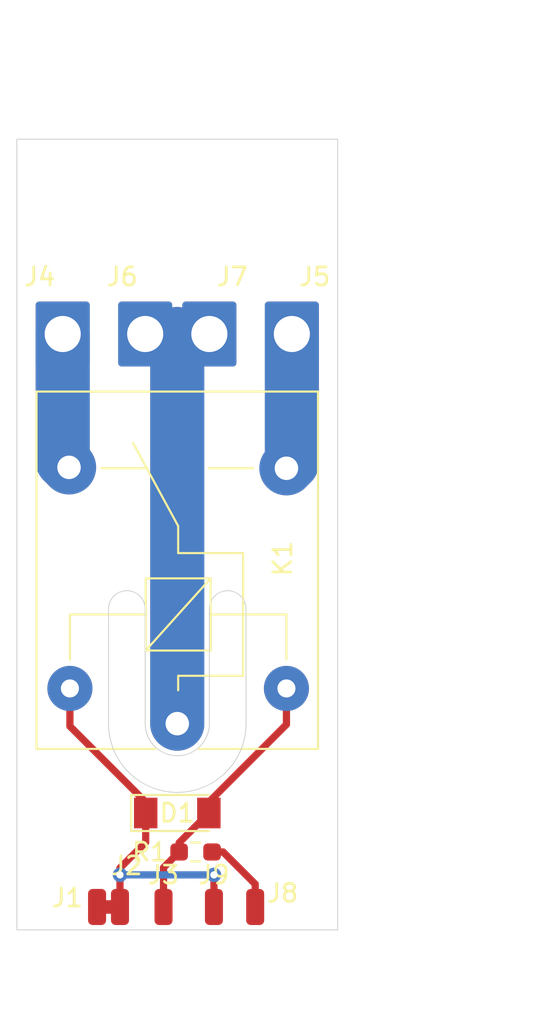
<source format=kicad_pcb>
(kicad_pcb (version 20171130) (host pcbnew 5.1.9-73d0e3b20d~88~ubuntu20.04.1)

  (general
    (thickness 1.6)
    (drawings 21)
    (tracks 35)
    (zones 0)
    (modules 16)
    (nets 7)
  )

  (page A4)
  (layers
    (0 F.Cu signal)
    (31 B.Cu signal)
    (32 B.Adhes user)
    (33 F.Adhes user)
    (34 B.Paste user)
    (35 F.Paste user)
    (36 B.SilkS user)
    (37 F.SilkS user)
    (38 B.Mask user)
    (39 F.Mask user)
    (40 Dwgs.User user)
    (41 Cmts.User user)
    (42 Eco1.User user)
    (43 Eco2.User user)
    (44 Edge.Cuts user)
    (45 Margin user)
    (46 B.CrtYd user)
    (47 F.CrtYd user)
    (48 B.Fab user hide)
    (49 F.Fab user hide)
  )

  (setup
    (last_trace_width 0.4)
    (user_trace_width 0.254)
    (user_trace_width 2.5)
    (user_trace_width 3)
    (trace_clearance 0.2)
    (zone_clearance 0.508)
    (zone_45_only no)
    (trace_min 0.2)
    (via_size 0.8)
    (via_drill 0.4)
    (via_min_size 0.4)
    (via_min_drill 0.3)
    (uvia_size 0.3)
    (uvia_drill 0.1)
    (uvias_allowed no)
    (uvia_min_size 0.2)
    (uvia_min_drill 0.1)
    (edge_width 0.05)
    (segment_width 0.2)
    (pcb_text_width 0.3)
    (pcb_text_size 1.5 1.5)
    (mod_edge_width 0.12)
    (mod_text_size 1 1)
    (mod_text_width 0.15)
    (pad_size 1.524 1.524)
    (pad_drill 0.762)
    (pad_to_mask_clearance 0.051)
    (solder_mask_min_width 0.25)
    (aux_axis_origin 0 0)
    (visible_elements FFFFFF7F)
    (pcbplotparams
      (layerselection 0x010f0_ffffffff)
      (usegerberextensions false)
      (usegerberattributes false)
      (usegerberadvancedattributes false)
      (creategerberjobfile false)
      (excludeedgelayer true)
      (linewidth 0.100000)
      (plotframeref false)
      (viasonmask false)
      (mode 1)
      (useauxorigin false)
      (hpglpennumber 1)
      (hpglpenspeed 20)
      (hpglpendiameter 15.000000)
      (psnegative false)
      (psa4output false)
      (plotreference true)
      (plotvalue true)
      (plotinvisibletext false)
      (padsonsilk false)
      (subtractmaskfromsilk false)
      (outputformat 1)
      (mirror false)
      (drillshape 0)
      (scaleselection 1)
      (outputdirectory "output/"))
  )

  (net 0 "")
  (net 1 "Net-(D1-Pad2)")
  (net 2 "Net-(D1-Pad1)")
  (net 3 "Net-(J4-Pad1)")
  (net 4 "Net-(J5-Pad1)")
  (net 5 "Net-(J6-Pad1)")
  (net 6 "Net-(J8-Pad1)")

  (net_class Default "This is the default net class."
    (clearance 0.2)
    (trace_width 0.4)
    (via_dia 0.8)
    (via_drill 0.4)
    (uvia_dia 0.3)
    (uvia_drill 0.1)
    (add_net "Net-(D1-Pad1)")
    (add_net "Net-(D1-Pad2)")
    (add_net "Net-(J4-Pad1)")
    (add_net "Net-(J5-Pad1)")
    (add_net "Net-(J6-Pad1)")
    (add_net "Net-(J8-Pad1)")
  )

  (module MountingHole:MountingHole_3.2mm_M3 (layer F.Cu) (tedit 56D1B4CB) (tstamp 607B3E5A)
    (at 149.86 70.612)
    (descr "Mounting Hole 3.2mm, no annular, M3")
    (tags "mounting hole 3.2mm no annular m3")
    (attr virtual)
    (fp_text reference REF** (at 0 -4.2) (layer F.SilkS) hide
      (effects (font (size 1 1) (thickness 0.15)))
    )
    (fp_text value MountingHole_3.2mm_M3 (at 0 4.2) (layer F.Fab)
      (effects (font (size 1 1) (thickness 0.15)))
    )
    (fp_circle (center 0 0) (end 3.45 0) (layer F.CrtYd) (width 0.05))
    (fp_circle (center 0 0) (end 3.2 0) (layer Cmts.User) (width 0.15))
    (fp_text user %R (at 0.3 0) (layer F.Fab)
      (effects (font (size 1 1) (thickness 0.15)))
    )
    (pad 1 np_thru_hole circle (at 0 0) (size 3.2 3.2) (drill 3.2) (layers *.Cu *.Mask))
  )

  (module Resistor_SMD:R_0603_1608Metric_Pad0.98x0.95mm_HandSolder (layer F.Cu) (tedit 5F68FEEE) (tstamp 6078B29D)
    (at 144.526 107.442 180)
    (descr "Resistor SMD 0603 (1608 Metric), square (rectangular) end terminal, IPC_7351 nominal with elongated pad for handsoldering. (Body size source: IPC-SM-782 page 72, https://www.pcb-3d.com/wordpress/wp-content/uploads/ipc-sm-782a_amendment_1_and_2.pdf), generated with kicad-footprint-generator")
    (tags "resistor handsolder")
    (path /6078AFA8)
    (attr smd)
    (fp_text reference R1 (at 2.54 0) (layer F.SilkS)
      (effects (font (size 1 1) (thickness 0.15)))
    )
    (fp_text value 470R (at 0 1.43) (layer F.Fab)
      (effects (font (size 1 1) (thickness 0.15)))
    )
    (fp_line (start -0.8 0.4125) (end -0.8 -0.4125) (layer F.Fab) (width 0.1))
    (fp_line (start -0.8 -0.4125) (end 0.8 -0.4125) (layer F.Fab) (width 0.1))
    (fp_line (start 0.8 -0.4125) (end 0.8 0.4125) (layer F.Fab) (width 0.1))
    (fp_line (start 0.8 0.4125) (end -0.8 0.4125) (layer F.Fab) (width 0.1))
    (fp_line (start -0.254724 -0.5225) (end 0.254724 -0.5225) (layer F.SilkS) (width 0.12))
    (fp_line (start -0.254724 0.5225) (end 0.254724 0.5225) (layer F.SilkS) (width 0.12))
    (fp_line (start -1.65 0.73) (end -1.65 -0.73) (layer F.CrtYd) (width 0.05))
    (fp_line (start -1.65 -0.73) (end 1.65 -0.73) (layer F.CrtYd) (width 0.05))
    (fp_line (start 1.65 -0.73) (end 1.65 0.73) (layer F.CrtYd) (width 0.05))
    (fp_line (start 1.65 0.73) (end -1.65 0.73) (layer F.CrtYd) (width 0.05))
    (fp_text user %R (at 0 0) (layer F.Fab)
      (effects (font (size 0.4 0.4) (thickness 0.06)))
    )
    (pad 2 smd roundrect (at 0.9125 0 180) (size 0.975 0.95) (layers F.Cu F.Paste F.Mask) (roundrect_rratio 0.25)
      (net 1 "Net-(D1-Pad2)"))
    (pad 1 smd roundrect (at -0.9125 0 180) (size 0.975 0.95) (layers F.Cu F.Paste F.Mask) (roundrect_rratio 0.25)
      (net 6 "Net-(J8-Pad1)"))
    (model ${KISYS3DMOD}/Resistor_SMD.3dshapes/R_0603_1608Metric.wrl
      (at (xyz 0 0 0))
      (scale (xyz 1 1 1))
      (rotate (xyz 0 0 0))
    )
  )

  (module Connector_Wire:SolderWirePad_1x01_SMD_1x2mm (layer F.Cu) (tedit 5DD6EB27) (tstamp 607971A7)
    (at 145.542 110.49)
    (descr "Wire Pad, Square, SMD Pad,  5mm x 10mm,")
    (tags "MesurementPoint Square SMDPad 5mmx10mm ")
    (path /6078C941)
    (attr virtual)
    (fp_text reference J9 (at 0 -1.778) (layer F.SilkS)
      (effects (font (size 1 1) (thickness 0.15)))
    )
    (fp_text value Conn_01x01_Female (at 0 2.54) (layer F.Fab) hide
      (effects (font (size 1 1) (thickness 0.15)))
    )
    (fp_line (start 0.63 -1.27) (end -0.63 -1.27) (layer F.CrtYd) (width 0.05))
    (fp_line (start 0.63 1.27) (end 0.63 -1.27) (layer F.CrtYd) (width 0.05))
    (fp_line (start -0.63 1.27) (end 0.63 1.27) (layer F.CrtYd) (width 0.05))
    (fp_line (start -0.63 -1.27) (end -0.63 1.27) (layer F.CrtYd) (width 0.05))
    (fp_line (start -0.63 -1.27) (end 0.63 -1.27) (layer F.Fab) (width 0.1))
    (fp_line (start 0.63 -1.27) (end 0.63 1.27) (layer F.Fab) (width 0.1))
    (fp_line (start 0.63 1.27) (end -0.63 1.27) (layer F.Fab) (width 0.1))
    (fp_line (start -0.63 1.27) (end -0.63 -1.27) (layer F.Fab) (width 0.1))
    (fp_text user %R (at 0 0) (layer F.Fab)
      (effects (font (size 1 1) (thickness 0.15)))
    )
    (pad 1 smd roundrect (at 0 0) (size 1 2) (layers F.Cu F.Paste F.Mask) (roundrect_rratio 0.25)
      (net 2 "Net-(D1-Pad1)"))
  )

  (module Connector_Wire:SolderWirePad_1x01_SMD_1x2mm (layer F.Cu) (tedit 5DD6EB27) (tstamp 60797132)
    (at 147.828 110.49)
    (descr "Wire Pad, Square, SMD Pad,  5mm x 10mm,")
    (tags "MesurementPoint Square SMDPad 5mmx10mm ")
    (path /6078C226)
    (attr virtual)
    (fp_text reference J8 (at 1.524 -0.762) (layer F.SilkS)
      (effects (font (size 1 1) (thickness 0.15)))
    )
    (fp_text value Conn_01x01_Female (at 0 2.54) (layer F.Fab) hide
      (effects (font (size 1 1) (thickness 0.15)))
    )
    (fp_line (start 0.63 -1.27) (end -0.63 -1.27) (layer F.CrtYd) (width 0.05))
    (fp_line (start 0.63 1.27) (end 0.63 -1.27) (layer F.CrtYd) (width 0.05))
    (fp_line (start -0.63 1.27) (end 0.63 1.27) (layer F.CrtYd) (width 0.05))
    (fp_line (start -0.63 -1.27) (end -0.63 1.27) (layer F.CrtYd) (width 0.05))
    (fp_line (start -0.63 -1.27) (end 0.63 -1.27) (layer F.Fab) (width 0.1))
    (fp_line (start 0.63 -1.27) (end 0.63 1.27) (layer F.Fab) (width 0.1))
    (fp_line (start 0.63 1.27) (end -0.63 1.27) (layer F.Fab) (width 0.1))
    (fp_line (start -0.63 1.27) (end -0.63 -1.27) (layer F.Fab) (width 0.1))
    (fp_text user %R (at 0 0) (layer F.Fab)
      (effects (font (size 1 1) (thickness 0.15)))
    )
    (pad 1 smd roundrect (at 0 0) (size 1 2) (layers F.Cu F.Paste F.Mask) (roundrect_rratio 0.25)
      (net 6 "Net-(J8-Pad1)"))
  )

  (module Relay_THT:Relay_SPDT_SANYOU_SRD_Series_Form_C (layer F.Cu) (tedit 58FA3148) (tstamp 6078785A)
    (at 143.51 100.33 90)
    (descr "relay Sanyou SRD series Form C http://www.sanyourelay.ca/public/products/pdf/SRD.pdf")
    (tags "relay Sanyu SRD form C")
    (path /6072CFCB)
    (fp_text reference K1 (at 9.144 5.842 90) (layer F.SilkS)
      (effects (font (size 1 1) (thickness 0.15)))
    )
    (fp_text value SANYOU_SRD_Form_C (at 8 -9.6 90) (layer F.Fab) hide
      (effects (font (size 1 1) (thickness 0.15)))
    )
    (fp_line (start 8.05 1.85) (end 4.05 1.85) (layer F.SilkS) (width 0.12))
    (fp_line (start 8.05 -1.75) (end 8.05 1.85) (layer F.SilkS) (width 0.12))
    (fp_line (start 4.05 -1.75) (end 8.05 -1.75) (layer F.SilkS) (width 0.12))
    (fp_line (start 4.05 1.85) (end 4.05 -1.75) (layer F.SilkS) (width 0.12))
    (fp_line (start 8.05 1.85) (end 4.05 -1.75) (layer F.SilkS) (width 0.12))
    (fp_line (start 6.05 1.85) (end 6.05 6.05) (layer F.SilkS) (width 0.12))
    (fp_line (start 6.05 -5.95) (end 6.05 -1.75) (layer F.SilkS) (width 0.12))
    (fp_line (start 2.65 0.05) (end 2.65 3.65) (layer F.SilkS) (width 0.12))
    (fp_line (start 9.45 0.05) (end 9.45 3.65) (layer F.SilkS) (width 0.12))
    (fp_line (start 9.45 3.65) (end 2.65 3.65) (layer F.SilkS) (width 0.12))
    (fp_line (start 10.95 0.05) (end 15.55 -2.45) (layer F.SilkS) (width 0.12))
    (fp_line (start 9.45 0.05) (end 10.95 0.05) (layer F.SilkS) (width 0.12))
    (fp_line (start 6.05 -5.95) (end 3.55 -5.95) (layer F.SilkS) (width 0.12))
    (fp_line (start 2.65 0.05) (end 1.85 0.05) (layer F.SilkS) (width 0.12))
    (fp_line (start 3.55 6.05) (end 6.05 6.05) (layer F.SilkS) (width 0.12))
    (fp_line (start 14.15 -4.2) (end 14.15 -1.7) (layer F.SilkS) (width 0.12))
    (fp_line (start 14.15 4.2) (end 14.15 1.75) (layer F.SilkS) (width 0.12))
    (fp_line (start -1.55 7.95) (end 18.55 7.95) (layer F.CrtYd) (width 0.05))
    (fp_line (start 18.55 -7.95) (end 18.55 7.95) (layer F.CrtYd) (width 0.05))
    (fp_line (start -1.55 7.95) (end -1.55 -7.95) (layer F.CrtYd) (width 0.05))
    (fp_line (start 18.55 -7.95) (end -1.55 -7.95) (layer F.CrtYd) (width 0.05))
    (fp_line (start -1.3 7.7) (end -1.3 -7.7) (layer F.Fab) (width 0.12))
    (fp_line (start 18.3 7.7) (end -1.3 7.7) (layer F.Fab) (width 0.12))
    (fp_line (start 18.3 -7.7) (end 18.3 7.7) (layer F.Fab) (width 0.12))
    (fp_line (start -1.3 -7.7) (end 18.3 -7.7) (layer F.Fab) (width 0.12))
    (fp_line (start 18.4 7.8) (end -1.4 7.8) (layer F.SilkS) (width 0.12))
    (fp_line (start 18.4 -7.8) (end 18.4 7.8) (layer F.SilkS) (width 0.12))
    (fp_line (start -1.4 -7.8) (end 18.4 -7.8) (layer F.SilkS) (width 0.12))
    (fp_line (start -1.4 -7.8) (end -1.4 -1.2) (layer F.SilkS) (width 0.12))
    (fp_line (start -1.4 1.2) (end -1.4 7.8) (layer F.SilkS) (width 0.12))
    (fp_text user %R (at 7.1 0.025 90) (layer F.Fab)
      (effects (font (size 1 1) (thickness 0.15)))
    )
    (fp_text user 1 (at 0 -2.3 90) (layer F.Fab)
      (effects (font (size 1 1) (thickness 0.15)))
    )
    (pad 1 thru_hole circle (at 0 0 180) (size 3 3) (drill 1.3) (layers *.Cu *.Mask)
      (net 5 "Net-(J6-Pad1)"))
    (pad 5 thru_hole circle (at 1.95 -5.95 180) (size 2.5 2.5) (drill 1) (layers *.Cu *.Mask)
      (net 2 "Net-(D1-Pad1)"))
    (pad 4 thru_hole circle (at 14.2 -6 180) (size 3 3) (drill 1.3) (layers *.Cu *.Mask)
      (net 3 "Net-(J4-Pad1)"))
    (pad 3 thru_hole circle (at 14.15 6.05 180) (size 3 3) (drill 1.3) (layers *.Cu *.Mask)
      (net 4 "Net-(J5-Pad1)"))
    (pad 2 thru_hole circle (at 1.95 6.05 180) (size 2.5 2.5) (drill 1) (layers *.Cu *.Mask)
      (net 1 "Net-(D1-Pad2)"))
    (model ${KISYS3DMOD}/Relay_THT.3dshapes/Relay_SPDT_SANYOU_SRD_Series_Form_C.wrl
      (at (xyz 0 0 0))
      (scale (xyz 1 1 1))
      (rotate (xyz 0 0 0))
    )
  )

  (module MountingHole:MountingHole_3.2mm_M3 (layer F.Cu) (tedit 56D1B4CB) (tstamp 60787D72)
    (at 149.86 105.664)
    (descr "Mounting Hole 3.2mm, no annular, M3")
    (tags "mounting hole 3.2mm no annular m3")
    (attr virtual)
    (fp_text reference REF** (at 0 -4.2) (layer F.SilkS) hide
      (effects (font (size 1 1) (thickness 0.15)))
    )
    (fp_text value MountingHole_3.2mm_M3 (at 0 4.2) (layer F.Fab) hide
      (effects (font (size 1 1) (thickness 0.15)))
    )
    (fp_circle (center 0 0) (end 3.2 0) (layer Cmts.User) (width 0.15))
    (fp_circle (center 0 0) (end 3.45 0) (layer F.CrtYd) (width 0.05))
    (fp_text user %R (at 0.3 0) (layer F.Fab)
      (effects (font (size 1 1) (thickness 0.15)))
    )
    (pad 1 np_thru_hole circle (at 0 0) (size 3.2 3.2) (drill 3.2) (layers *.Cu *.Mask))
  )

  (module MountingHole:MountingHole_3.2mm_M3 (layer F.Cu) (tedit 56D1B4CB) (tstamp 60788324)
    (at 137.16 70.612)
    (descr "Mounting Hole 3.2mm, no annular, M3")
    (tags "mounting hole 3.2mm no annular m3")
    (attr virtual)
    (fp_text reference REF** (at 0 -4.2) (layer F.SilkS) hide
      (effects (font (size 1 1) (thickness 0.15)))
    )
    (fp_text value MountingHole_3.2mm_M3 (at 0 4.2) (layer F.Fab)
      (effects (font (size 1 1) (thickness 0.15)))
    )
    (fp_circle (center 0 0) (end 3.2 0) (layer Cmts.User) (width 0.15))
    (fp_circle (center 0 0) (end 3.45 0) (layer F.CrtYd) (width 0.05))
    (fp_text user %R (at 0.3 0) (layer F.Fab)
      (effects (font (size 1 1) (thickness 0.15)))
    )
    (pad 1 np_thru_hole circle (at 0 0) (size 3.2 3.2) (drill 3.2) (layers *.Cu *.Mask))
  )

  (module MountingHole:MountingHole_3.2mm_M3 (layer F.Cu) (tedit 56D1B4CB) (tstamp 60787D5B)
    (at 137.16 105.664)
    (descr "Mounting Hole 3.2mm, no annular, M3")
    (tags "mounting hole 3.2mm no annular m3")
    (attr virtual)
    (fp_text reference REF** (at 0 -4.2) (layer F.SilkS) hide
      (effects (font (size 1 1) (thickness 0.15)))
    )
    (fp_text value MountingHole_3.2mm_M3 (at 0 4.2) (layer F.Fab) hide
      (effects (font (size 1 1) (thickness 0.15)))
    )
    (fp_circle (center 0 0) (end 3.45 0) (layer F.CrtYd) (width 0.05))
    (fp_circle (center 0 0) (end 3.2 0) (layer Cmts.User) (width 0.15))
    (fp_text user %R (at 0.3 0) (layer F.Fab)
      (effects (font (size 1 1) (thickness 0.15)))
    )
    (pad 1 np_thru_hole circle (at 0 0) (size 3.2 3.2) (drill 3.2) (layers *.Cu *.Mask))
  )

  (module Diode_SMD:D_MiniMELF (layer F.Cu) (tedit 5905D8F5) (tstamp 607878CE)
    (at 143.51 105.283)
    (descr "Diode Mini-MELF (SOD-80)")
    (tags "Diode Mini-MELF (SOD-80)")
    (path /60733B93)
    (attr smd)
    (fp_text reference D1 (at 0 0) (layer F.SilkS)
      (effects (font (size 1 1) (thickness 0.15)))
    )
    (fp_text value LL4148 (at 0 1.75) (layer F.Fab)
      (effects (font (size 1 1) (thickness 0.15)))
    )
    (fp_line (start -2.65 1.1) (end -2.65 -1.1) (layer F.CrtYd) (width 0.05))
    (fp_line (start 2.65 1.1) (end -2.65 1.1) (layer F.CrtYd) (width 0.05))
    (fp_line (start 2.65 -1.1) (end 2.65 1.1) (layer F.CrtYd) (width 0.05))
    (fp_line (start -2.65 -1.1) (end 2.65 -1.1) (layer F.CrtYd) (width 0.05))
    (fp_line (start -0.75 0) (end -0.35 0) (layer F.Fab) (width 0.1))
    (fp_line (start -0.35 0) (end -0.35 -0.55) (layer F.Fab) (width 0.1))
    (fp_line (start -0.35 0) (end -0.35 0.55) (layer F.Fab) (width 0.1))
    (fp_line (start -0.35 0) (end 0.25 -0.4) (layer F.Fab) (width 0.1))
    (fp_line (start 0.25 -0.4) (end 0.25 0.4) (layer F.Fab) (width 0.1))
    (fp_line (start 0.25 0.4) (end -0.35 0) (layer F.Fab) (width 0.1))
    (fp_line (start 0.25 0) (end 0.75 0) (layer F.Fab) (width 0.1))
    (fp_line (start -1.65 -0.8) (end 1.65 -0.8) (layer F.Fab) (width 0.1))
    (fp_line (start -1.65 0.8) (end -1.65 -0.8) (layer F.Fab) (width 0.1))
    (fp_line (start 1.65 0.8) (end -1.65 0.8) (layer F.Fab) (width 0.1))
    (fp_line (start 1.65 -0.8) (end 1.65 0.8) (layer F.Fab) (width 0.1))
    (fp_line (start -2.55 1) (end 1.75 1) (layer F.SilkS) (width 0.12))
    (fp_line (start -2.55 -1) (end -2.55 1) (layer F.SilkS) (width 0.12))
    (fp_line (start 1.75 -1) (end -2.55 -1) (layer F.SilkS) (width 0.12))
    (fp_text user %R (at 0 -2) (layer F.Fab)
      (effects (font (size 1 1) (thickness 0.15)))
    )
    (pad 2 smd rect (at 1.75 0) (size 1.3 1.7) (layers F.Cu F.Paste F.Mask)
      (net 1 "Net-(D1-Pad2)"))
    (pad 1 smd rect (at -1.75 0) (size 1.3 1.7) (layers F.Cu F.Paste F.Mask)
      (net 2 "Net-(D1-Pad1)"))
    (model ${KISYS3DMOD}/Diode_SMD.3dshapes/D_MiniMELF.wrl
      (at (xyz 0 0 0))
      (scale (xyz 1 1 1))
      (rotate (xyz 0 0 0))
    )
  )

  (module Powerstrip:SolderWire-Mains (layer F.Cu) (tedit 6078182E) (tstamp 607B3F74)
    (at 145.288 78.74 180)
    (descr "Soldered wire connection, for a single 1.5 mm² wire, reinforced insulation, conductor diameter 1.7mm, outer diameter 3.9mm, size source Multi-Contact FLEXI-xV 1.5 (https://ec.staubli.com/AcroFiles/Catalogues/TM_Cab-Main-11014119_(en)_hi.pdf), bend radius 3 times outer diameter, generated with kicad-footprint-generator")
    (tags "connector wire 1.5sqmm")
    (path /6073FDB4)
    (attr virtual)
    (fp_text reference J7 (at -1.27 3.175) (layer F.SilkS)
      (effects (font (size 1 1) (thickness 0.15)))
    )
    (fp_text value Conn_01x01_Female (at 0 3.15) (layer F.Fab)
      (effects (font (size 1 1) (thickness 0.15)))
    )
    (fp_circle (center 0 0) (end 1.5 0) (layer F.Fab) (width 0.1))
    (fp_line (start -1.75 -2) (end 1.75 -2) (layer F.CrtYd) (width 0.05))
    (fp_line (start 1.75 -2) (end 1.75 2) (layer F.CrtYd) (width 0.05))
    (fp_line (start 1.75 2) (end -1.75 2) (layer F.CrtYd) (width 0.05))
    (fp_line (start -1.75 2) (end -1.75 -2) (layer F.CrtYd) (width 0.05))
    (fp_text user %R (at 0 0) (layer F.Fab)
      (effects (font (size 0.98 0.98) (thickness 0.15)))
    )
    (pad 1 thru_hole roundrect (at 0 0 180) (size 3 3.6) (drill 2) (layers *.Cu *.Mask) (roundrect_rratio 0.064)
      (net 5 "Net-(J6-Pad1)"))
    (model ${KISYS3DMOD}/Connector_Wire.3dshapes/SolderWire-1.5sqmm_1x01_D1.7mm_OD3.9mm.wrl
      (at (xyz 0 0 0))
      (scale (xyz 1 1 1))
      (rotate (xyz 0 0 0))
    )
  )

  (module Powerstrip:SolderWire-Mains (layer F.Cu) (tedit 6078182E) (tstamp 60786D27)
    (at 141.732 78.74 180)
    (descr "Soldered wire connection, for a single 1.5 mm² wire, reinforced insulation, conductor diameter 1.7mm, outer diameter 3.9mm, size source Multi-Contact FLEXI-xV 1.5 (https://ec.staubli.com/AcroFiles/Catalogues/TM_Cab-Main-11014119_(en)_hi.pdf), bend radius 3 times outer diameter, generated with kicad-footprint-generator")
    (tags "connector wire 1.5sqmm")
    (path /60781782)
    (attr virtual)
    (fp_text reference J6 (at 1.27 3.175) (layer F.SilkS)
      (effects (font (size 1 1) (thickness 0.15)))
    )
    (fp_text value Conn_01x01_Female (at 0 3.15) (layer F.Fab)
      (effects (font (size 1 1) (thickness 0.15)))
    )
    (fp_circle (center 0 0) (end 1.5 0) (layer F.Fab) (width 0.1))
    (fp_line (start -1.75 -2) (end 1.75 -2) (layer F.CrtYd) (width 0.05))
    (fp_line (start 1.75 -2) (end 1.75 2) (layer F.CrtYd) (width 0.05))
    (fp_line (start 1.75 2) (end -1.75 2) (layer F.CrtYd) (width 0.05))
    (fp_line (start -1.75 2) (end -1.75 -2) (layer F.CrtYd) (width 0.05))
    (fp_text user %R (at 0 0) (layer F.Fab)
      (effects (font (size 0.98 0.98) (thickness 0.15)))
    )
    (pad 1 thru_hole roundrect (at 0 0 180) (size 3 3.6) (drill 2) (layers *.Cu *.Mask) (roundrect_rratio 0.064)
      (net 5 "Net-(J6-Pad1)"))
    (model ${KISYS3DMOD}/Connector_Wire.3dshapes/SolderWire-1.5sqmm_1x01_D1.7mm_OD3.9mm.wrl
      (at (xyz 0 0 0))
      (scale (xyz 1 1 1))
      (rotate (xyz 0 0 0))
    )
  )

  (module Powerstrip:SolderWire-Mains (layer F.Cu) (tedit 6078182E) (tstamp 607889AD)
    (at 149.86 78.74 180)
    (descr "Soldered wire connection, for a single 1.5 mm² wire, reinforced insulation, conductor diameter 1.7mm, outer diameter 3.9mm, size source Multi-Contact FLEXI-xV 1.5 (https://ec.staubli.com/AcroFiles/Catalogues/TM_Cab-Main-11014119_(en)_hi.pdf), bend radius 3 times outer diameter, generated with kicad-footprint-generator")
    (tags "connector wire 1.5sqmm")
    (path /6074042D)
    (attr virtual)
    (fp_text reference J5 (at -1.27 3.175) (layer F.SilkS)
      (effects (font (size 1 1) (thickness 0.15)))
    )
    (fp_text value Conn_01x01_Female (at 0 3.15) (layer F.Fab)
      (effects (font (size 1 1) (thickness 0.15)))
    )
    (fp_circle (center 0 0) (end 1.5 0) (layer F.Fab) (width 0.1))
    (fp_line (start -1.75 -2) (end 1.75 -2) (layer F.CrtYd) (width 0.05))
    (fp_line (start 1.75 -2) (end 1.75 2) (layer F.CrtYd) (width 0.05))
    (fp_line (start 1.75 2) (end -1.75 2) (layer F.CrtYd) (width 0.05))
    (fp_line (start -1.75 2) (end -1.75 -2) (layer F.CrtYd) (width 0.05))
    (fp_text user %R (at 0 0) (layer F.Fab)
      (effects (font (size 0.98 0.98) (thickness 0.15)))
    )
    (pad 1 thru_hole roundrect (at 0 0 180) (size 3 3.6) (drill 2) (layers *.Cu *.Mask) (roundrect_rratio 0.064)
      (net 4 "Net-(J5-Pad1)"))
    (model ${KISYS3DMOD}/Connector_Wire.3dshapes/SolderWire-1.5sqmm_1x01_D1.7mm_OD3.9mm.wrl
      (at (xyz 0 0 0))
      (scale (xyz 1 1 1))
      (rotate (xyz 0 0 0))
    )
  )

  (module Powerstrip:SolderWire-Mains (layer F.Cu) (tedit 6078182E) (tstamp 60788984)
    (at 137.16 78.74 180)
    (descr "Soldered wire connection, for a single 1.5 mm² wire, reinforced insulation, conductor diameter 1.7mm, outer diameter 3.9mm, size source Multi-Contact FLEXI-xV 1.5 (https://ec.staubli.com/AcroFiles/Catalogues/TM_Cab-Main-11014119_(en)_hi.pdf), bend radius 3 times outer diameter, generated with kicad-footprint-generator")
    (tags "connector wire 1.5sqmm")
    (path /6074980E)
    (attr virtual)
    (fp_text reference J4 (at 1.27 3.175) (layer F.SilkS)
      (effects (font (size 1 1) (thickness 0.15)))
    )
    (fp_text value Conn_01x01_Female (at 0 3.15) (layer F.Fab)
      (effects (font (size 1 1) (thickness 0.15)))
    )
    (fp_circle (center 0 0) (end 1.5 0) (layer F.Fab) (width 0.1))
    (fp_line (start -1.75 -2) (end 1.75 -2) (layer F.CrtYd) (width 0.05))
    (fp_line (start 1.75 -2) (end 1.75 2) (layer F.CrtYd) (width 0.05))
    (fp_line (start 1.75 2) (end -1.75 2) (layer F.CrtYd) (width 0.05))
    (fp_line (start -1.75 2) (end -1.75 -2) (layer F.CrtYd) (width 0.05))
    (fp_text user %R (at 0 0) (layer F.Fab)
      (effects (font (size 0.98 0.98) (thickness 0.15)))
    )
    (pad 1 thru_hole roundrect (at 0 0 180) (size 3 3.6) (drill 2) (layers *.Cu *.Mask) (roundrect_rratio 0.064)
      (net 3 "Net-(J4-Pad1)"))
    (model ${KISYS3DMOD}/Connector_Wire.3dshapes/SolderWire-1.5sqmm_1x01_D1.7mm_OD3.9mm.wrl
      (at (xyz 0 0 0))
      (scale (xyz 1 1 1))
      (rotate (xyz 0 0 0))
    )
  )

  (module Connector_Wire:SolderWirePad_1x01_SMD_1x2mm (layer F.Cu) (tedit 5DD6EB27) (tstamp 607971D1)
    (at 142.748 110.49)
    (descr "Wire Pad, Square, SMD Pad,  5mm x 10mm,")
    (tags "MesurementPoint Square SMDPad 5mmx10mm ")
    (path /60738ADD)
    (attr virtual)
    (fp_text reference J3 (at 0 -1.778) (layer F.SilkS)
      (effects (font (size 1 1) (thickness 0.15)))
    )
    (fp_text value Conn_01x01_Female (at 0 2.54) (layer F.Fab) hide
      (effects (font (size 1 1) (thickness 0.15)))
    )
    (fp_line (start -0.63 1.27) (end -0.63 -1.27) (layer F.Fab) (width 0.1))
    (fp_line (start 0.63 1.27) (end -0.63 1.27) (layer F.Fab) (width 0.1))
    (fp_line (start 0.63 -1.27) (end 0.63 1.27) (layer F.Fab) (width 0.1))
    (fp_line (start -0.63 -1.27) (end 0.63 -1.27) (layer F.Fab) (width 0.1))
    (fp_line (start -0.63 -1.27) (end -0.63 1.27) (layer F.CrtYd) (width 0.05))
    (fp_line (start -0.63 1.27) (end 0.63 1.27) (layer F.CrtYd) (width 0.05))
    (fp_line (start 0.63 1.27) (end 0.63 -1.27) (layer F.CrtYd) (width 0.05))
    (fp_line (start 0.63 -1.27) (end -0.63 -1.27) (layer F.CrtYd) (width 0.05))
    (fp_text user %R (at 0 0.97) (layer F.Fab) hide
      (effects (font (size 1 1) (thickness 0.15)))
    )
    (pad 1 smd roundrect (at 0 0) (size 1 2) (layers F.Cu F.Paste F.Mask) (roundrect_rratio 0.25)
      (net 1 "Net-(D1-Pad2)"))
  )

  (module Connector_Wire:SolderWirePad_1x01_SMD_1x2mm (layer F.Cu) (tedit 5DD6EB27) (tstamp 60797159)
    (at 140.335 110.49)
    (descr "Wire Pad, Square, SMD Pad,  5mm x 10mm,")
    (tags "MesurementPoint Square SMDPad 5mmx10mm ")
    (path /6073E4C4)
    (attr virtual)
    (fp_text reference J2 (at 0.381 -2.286) (layer F.SilkS)
      (effects (font (size 1 1) (thickness 0.15)))
    )
    (fp_text value Conn_01x01_Female (at 0 2.54) (layer F.Fab) hide
      (effects (font (size 1 1) (thickness 0.15)))
    )
    (fp_line (start -0.63 1.27) (end -0.63 -1.27) (layer F.Fab) (width 0.1))
    (fp_line (start 0.63 1.27) (end -0.63 1.27) (layer F.Fab) (width 0.1))
    (fp_line (start 0.63 -1.27) (end 0.63 1.27) (layer F.Fab) (width 0.1))
    (fp_line (start -0.63 -1.27) (end 0.63 -1.27) (layer F.Fab) (width 0.1))
    (fp_line (start -0.63 -1.27) (end -0.63 1.27) (layer F.CrtYd) (width 0.05))
    (fp_line (start -0.63 1.27) (end 0.63 1.27) (layer F.CrtYd) (width 0.05))
    (fp_line (start 0.63 1.27) (end 0.63 -1.27) (layer F.CrtYd) (width 0.05))
    (fp_line (start 0.63 -1.27) (end -0.63 -1.27) (layer F.CrtYd) (width 0.05))
    (fp_text user %R (at 0 0) (layer F.Fab) hide
      (effects (font (size 1 1) (thickness 0.15)))
    )
    (pad 1 smd roundrect (at 0 0) (size 1 2) (layers F.Cu F.Paste F.Mask) (roundrect_rratio 0.25)
      (net 2 "Net-(D1-Pad1)"))
  )

  (module Connector_Wire:SolderWirePad_1x01_SMD_1x2mm (layer F.Cu) (tedit 5DD6EB27) (tstamp 60797180)
    (at 139.065 110.49)
    (descr "Wire Pad, Square, SMD Pad,  5mm x 10mm,")
    (tags "MesurementPoint Square SMDPad 5mmx10mm ")
    (path /6073DF24)
    (attr virtual)
    (fp_text reference J1 (at -1.651 -0.508) (layer F.SilkS)
      (effects (font (size 1 1) (thickness 0.15)))
    )
    (fp_text value Conn_01x01_Female (at 0 2.54) (layer F.Fab) hide
      (effects (font (size 1 1) (thickness 0.15)))
    )
    (fp_line (start -0.63 1.27) (end -0.63 -1.27) (layer F.Fab) (width 0.1))
    (fp_line (start 0.63 1.27) (end -0.63 1.27) (layer F.Fab) (width 0.1))
    (fp_line (start 0.63 -1.27) (end 0.63 1.27) (layer F.Fab) (width 0.1))
    (fp_line (start -0.63 -1.27) (end 0.63 -1.27) (layer F.Fab) (width 0.1))
    (fp_line (start -0.63 -1.27) (end -0.63 1.27) (layer F.CrtYd) (width 0.05))
    (fp_line (start -0.63 1.27) (end 0.63 1.27) (layer F.CrtYd) (width 0.05))
    (fp_line (start 0.63 1.27) (end 0.63 -1.27) (layer F.CrtYd) (width 0.05))
    (fp_line (start 0.63 -1.27) (end -0.63 -1.27) (layer F.CrtYd) (width 0.05))
    (fp_text user %R (at 0 0) (layer F.Fab) hide
      (effects (font (size 1 1) (thickness 0.15)))
    )
    (pad 1 smd roundrect (at 0 0) (size 1 2) (layers F.Cu F.Paste F.Mask) (roundrect_rratio 0.25)
      (net 2 "Net-(D1-Pad1)"))
  )

  (dimension 6.096 (width 0.15) (layer Dwgs.User)
    (gr_text "6.096 mm" (at 157.764 108.712 270) (layer Dwgs.User)
      (effects (font (size 1 1) (thickness 0.15)))
    )
    (feature1 (pts (xy 149.86 111.76) (xy 157.050421 111.76)))
    (feature2 (pts (xy 149.86 105.664) (xy 157.050421 105.664)))
    (crossbar (pts (xy 156.464 105.664) (xy 156.464 111.76)))
    (arrow1a (pts (xy 156.464 111.76) (xy 155.877579 110.633496)))
    (arrow1b (pts (xy 156.464 111.76) (xy 157.050421 110.633496)))
    (arrow2a (pts (xy 156.464 105.664) (xy 155.877579 106.790504)))
    (arrow2b (pts (xy 156.464 105.664) (xy 157.050421 106.790504)))
  )
  (dimension 43.815 (width 0.15) (layer Dwgs.User)
    (gr_text "43.815 mm" (at 163.098 89.8525 270) (layer Dwgs.User)
      (effects (font (size 1 1) (thickness 0.15)))
    )
    (feature1 (pts (xy 152.4 111.76) (xy 162.384421 111.76)))
    (feature2 (pts (xy 152.4 67.945) (xy 162.384421 67.945)))
    (crossbar (pts (xy 161.798 67.945) (xy 161.798 111.76)))
    (arrow1a (pts (xy 161.798 111.76) (xy 161.211579 110.633496)))
    (arrow1b (pts (xy 161.798 111.76) (xy 162.384421 110.633496)))
    (arrow2a (pts (xy 161.798 67.945) (xy 161.211579 69.071504)))
    (arrow2b (pts (xy 161.798 67.945) (xy 162.384421 69.071504)))
  )
  (dimension 35.052 (width 0.15) (layer Dwgs.User)
    (gr_text "35.052 mm" (at 157.764 88.138 270) (layer Dwgs.User)
      (effects (font (size 1 1) (thickness 0.15)))
    )
    (feature1 (pts (xy 149.86 105.664) (xy 157.050421 105.664)))
    (feature2 (pts (xy 149.86 70.612) (xy 157.050421 70.612)))
    (crossbar (pts (xy 156.464 70.612) (xy 156.464 105.664)))
    (arrow1a (pts (xy 156.464 105.664) (xy 155.877579 104.537496)))
    (arrow1b (pts (xy 156.464 105.664) (xy 157.050421 104.537496)))
    (arrow2a (pts (xy 156.464 70.612) (xy 155.877579 71.738504)))
    (arrow2b (pts (xy 156.464 70.612) (xy 157.050421 71.738504)))
  )
  (dimension 12.7 (width 0.15) (layer Dwgs.User)
    (gr_text "12.700 mm" (at 143.51 117.632) (layer Dwgs.User)
      (effects (font (size 1 1) (thickness 0.15)))
    )
    (feature1 (pts (xy 149.86 105.664) (xy 149.86 116.918421)))
    (feature2 (pts (xy 137.16 105.664) (xy 137.16 116.918421)))
    (crossbar (pts (xy 137.16 116.332) (xy 149.86 116.332)))
    (arrow1a (pts (xy 149.86 116.332) (xy 148.733496 116.918421)))
    (arrow1b (pts (xy 149.86 116.332) (xy 148.733496 115.745579)))
    (arrow2a (pts (xy 137.16 116.332) (xy 138.286504 116.918421)))
    (arrow2b (pts (xy 137.16 116.332) (xy 138.286504 115.745579)))
  )
  (dimension 17.78 (width 0.15) (layer Dwgs.User)
    (gr_text "17.780 mm" (at 143.51 60.93) (layer Dwgs.User)
      (effects (font (size 1 1) (thickness 0.15)))
    )
    (feature1 (pts (xy 152.4 67.945) (xy 152.4 61.643579)))
    (feature2 (pts (xy 134.62 67.945) (xy 134.62 61.643579)))
    (crossbar (pts (xy 134.62 62.23) (xy 152.4 62.23)))
    (arrow1a (pts (xy 152.4 62.23) (xy 151.273496 62.816421)))
    (arrow1b (pts (xy 152.4 62.23) (xy 151.273496 61.643579)))
    (arrow2a (pts (xy 134.62 62.23) (xy 135.746504 62.816421)))
    (arrow2b (pts (xy 134.62 62.23) (xy 135.746504 61.643579)))
  )
  (gr_poly (pts (xy 145.034 102.235) (xy 141.986 102.1715) (xy 141.986 77.216) (xy 145.034 77.216)) (layer B.Mask) (width 0.1))
  (gr_poly (pts (xy 144.018 79.248) (xy 143.002 79.248) (xy 143.002 78.232) (xy 144.018 78.232)) (layer B.Mask) (width 0.1))
  (gr_poly (pts (xy 151.384 86.868) (xy 148.336 86.868) (xy 148.336 77.216) (xy 151.384 77.216)) (layer B.Mask) (width 0.1))
  (gr_poly (pts (xy 138.684 86.868) (xy 135.636 86.868) (xy 135.636 77.216) (xy 138.684 77.216)) (layer B.Mask) (width 0.1))
  (gr_line (start 134.62 111.76) (end 134.62 67.945) (layer Edge.Cuts) (width 0.05) (tstamp 60788CE3))
  (gr_line (start 152.4 111.76) (end 134.62 111.76) (layer Edge.Cuts) (width 0.05))
  (gr_line (start 152.4 67.945) (end 152.4 111.76) (layer Edge.Cuts) (width 0.05))
  (gr_line (start 134.62 67.945) (end 152.4 67.945) (layer Edge.Cuts) (width 0.05))
  (gr_arc (start 140.716 93.98) (end 141.732 93.98) (angle -180) (layer Edge.Cuts) (width 0.05) (tstamp 607878B4))
  (gr_arc (start 146.304 93.98) (end 147.32 93.98) (angle -180) (layer Edge.Cuts) (width 0.05) (tstamp 60787830))
  (gr_line (start 145.288 100.33) (end 145.288 93.98) (layer Edge.Cuts) (width 0.05) (tstamp 607878AB))
  (gr_line (start 141.732 100.33) (end 141.732 93.98) (layer Edge.Cuts) (width 0.05) (tstamp 607878FF))
  (gr_arc (start 143.51 100.33) (end 139.7 100.33) (angle -180) (layer Edge.Cuts) (width 0.05) (tstamp 607878AE))
  (gr_line (start 147.32 93.98) (end 147.32 100.33) (layer Edge.Cuts) (width 0.05) (tstamp 607878B1))
  (gr_line (start 139.7 100.33) (end 139.7 93.98) (layer Edge.Cuts) (width 0.05) (tstamp 6078782A))
  (gr_arc (start 143.51 100.33) (end 141.732 100.33) (angle -180) (layer Edge.Cuts) (width 0.05) (tstamp 6078782D))

  (segment (start 145.288 105.311) (end 145.26 105.283) (width 0.4) (layer F.Cu) (net 1))
  (segment (start 142.748 108.3075) (end 143.6135 107.442) (width 0.4) (layer F.Cu) (net 1))
  (segment (start 142.748 110.49) (end 142.748 108.3075) (width 0.4) (layer F.Cu) (net 1))
  (segment (start 143.6135 106.9295) (end 145.26 105.283) (width 0.4) (layer F.Cu) (net 1))
  (segment (start 143.6135 107.442) (end 143.6135 106.9295) (width 0.4) (layer F.Cu) (net 1))
  (segment (start 145.26 105.283) (end 145.26 104.676) (width 0.4) (layer F.Cu) (net 1))
  (segment (start 149.56 100.376) (end 149.56 98.38) (width 0.4) (layer F.Cu) (net 1))
  (segment (start 145.26 104.676) (end 149.56 100.376) (width 0.4) (layer F.Cu) (net 1))
  (segment (start 140.335 110.49) (end 139.065 110.49) (width 0.75) (layer F.Cu) (net 2) (tstamp 607971C2))
  (segment (start 141.76 105.283) (end 141.76 106.906) (width 0.4) (layer F.Cu) (net 2))
  (segment (start 141.76 106.906) (end 140.335 108.331) (width 0.4) (layer F.Cu) (net 2))
  (via (at 145.542 108.712) (size 0.8) (drill 0.4) (layers F.Cu B.Cu) (net 2))
  (segment (start 145.542 110.49) (end 145.542 108.712) (width 0.4) (layer F.Cu) (net 2))
  (via (at 140.335435 108.710534) (size 0.8) (drill 0.4) (layers F.Cu B.Cu) (net 2))
  (segment (start 140.336901 108.712) (end 140.335435 108.710534) (width 0.4) (layer B.Cu) (net 2))
  (segment (start 145.542 108.712) (end 140.336901 108.712) (width 0.4) (layer B.Cu) (net 2))
  (segment (start 140.335435 108.710534) (end 140.335 110.49) (width 0.4) (layer F.Cu) (net 2))
  (segment (start 140.335 108.331) (end 140.335435 108.710534) (width 0.4) (layer F.Cu) (net 2))
  (segment (start 137.56 100.476) (end 137.56 98.38) (width 0.4) (layer F.Cu) (net 2))
  (segment (start 141.76 104.676) (end 137.56 100.476) (width 0.4) (layer F.Cu) (net 2))
  (segment (start 141.76 105.283) (end 141.76 104.676) (width 0.4) (layer F.Cu) (net 2))
  (segment (start 137.16 85.78) (end 137.51 86.13) (width 3) (layer F.Cu) (net 3))
  (segment (start 137.16 78.74) (end 137.16 85.78) (width 3) (layer F.Cu) (net 3))
  (segment (start 137.16 85.78) (end 137.51 86.13) (width 3) (layer B.Cu) (net 3))
  (segment (start 137.16 78.74) (end 137.16 85.78) (width 3) (layer B.Cu) (net 3))
  (segment (start 149.86 85.88) (end 149.56 86.18) (width 3) (layer F.Cu) (net 4))
  (segment (start 149.86 78.74) (end 149.86 85.88) (width 3) (layer F.Cu) (net 4))
  (segment (start 149.86 85.88) (end 149.56 86.18) (width 3) (layer B.Cu) (net 4))
  (segment (start 149.86 78.74) (end 149.86 85.88) (width 3) (layer B.Cu) (net 4))
  (segment (start 143.51 100.33) (end 143.51 78.74) (width 3) (layer F.Cu) (net 5))
  (segment (start 143.51 100.33) (end 143.51 78.74) (width 3) (layer B.Cu) (net 5))
  (segment (start 145.288 78.74) (end 141.732 78.74) (width 0.4) (layer B.Cu) (net 5))
  (segment (start 145.4385 107.442) (end 146.05 107.442) (width 0.4) (layer F.Cu) (net 6))
  (segment (start 147.828 109.22) (end 147.828 110.49) (width 0.4) (layer F.Cu) (net 6))
  (segment (start 146.05 107.442) (end 147.828 109.22) (width 0.4) (layer F.Cu) (net 6))

)

</source>
